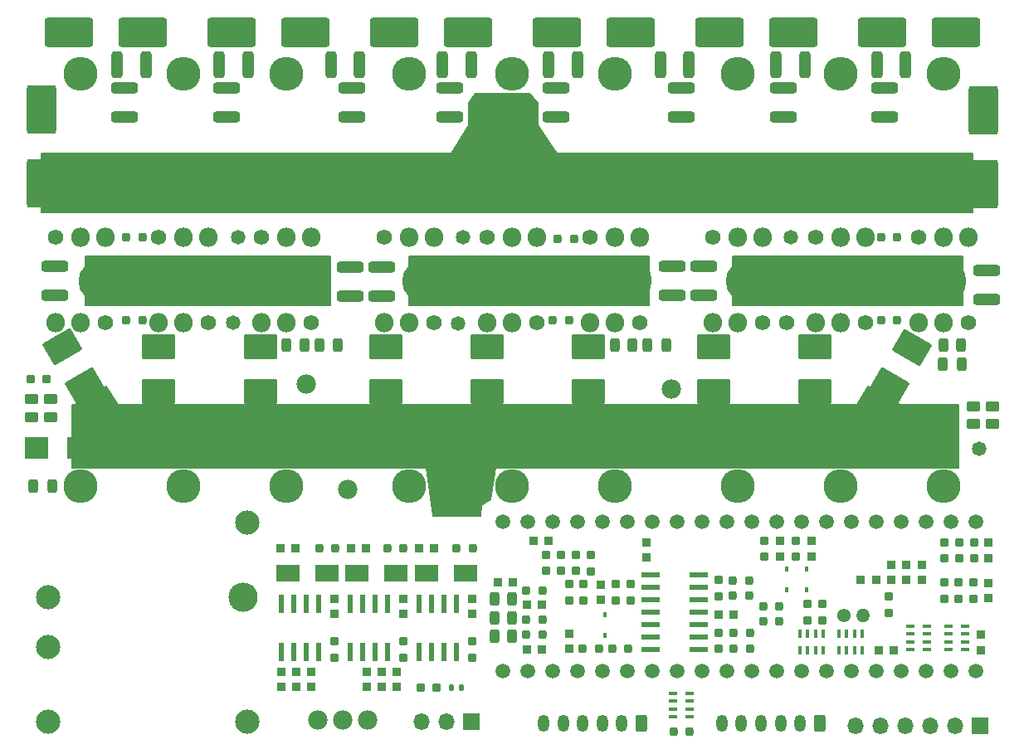
<source format=gbr>
%TF.GenerationSoftware,KiCad,Pcbnew,(6.0.7-1)-1*%
%TF.CreationDate,2023-01-28T14:38:12-05:00*%
%TF.ProjectId,CCC_ESC,4343435f-4553-4432-9e6b-696361645f70,rev?*%
%TF.SameCoordinates,Original*%
%TF.FileFunction,Soldermask,Top*%
%TF.FilePolarity,Negative*%
%FSLAX46Y46*%
G04 Gerber Fmt 4.6, Leading zero omitted, Abs format (unit mm)*
G04 Created by KiCad (PCBNEW (6.0.7-1)-1) date 2023-01-28 14:38:12*
%MOMM*%
%LPD*%
G01*
G04 APERTURE LIST*
G04 Aperture macros list*
%AMRoundRect*
0 Rectangle with rounded corners*
0 $1 Rounding radius*
0 $2 $3 $4 $5 $6 $7 $8 $9 X,Y pos of 4 corners*
0 Add a 4 corners polygon primitive as box body*
4,1,4,$2,$3,$4,$5,$6,$7,$8,$9,$2,$3,0*
0 Add four circle primitives for the rounded corners*
1,1,$1+$1,$2,$3*
1,1,$1+$1,$4,$5*
1,1,$1+$1,$6,$7*
1,1,$1+$1,$8,$9*
0 Add four rect primitives between the rounded corners*
20,1,$1+$1,$2,$3,$4,$5,0*
20,1,$1+$1,$4,$5,$6,$7,0*
20,1,$1+$1,$6,$7,$8,$9,0*
20,1,$1+$1,$8,$9,$2,$3,0*%
G04 Aperture macros list end*
%ADD10C,0.200000*%
%ADD11C,0.150000*%
%ADD12RoundRect,0.215000X0.225000X0.250000X-0.225000X0.250000X-0.225000X-0.250000X0.225000X-0.250000X0*%
%ADD13RoundRect,0.190000X0.275000X-0.200000X0.275000X0.200000X-0.275000X0.200000X-0.275000X-0.200000X0*%
%ADD14RoundRect,0.215000X-0.250000X0.225000X-0.250000X-0.225000X0.250000X-0.225000X0.250000X0.225000X0*%
%ADD15RoundRect,0.118750X1.546250X-1.158750X1.546250X1.158750X-1.546250X1.158750X-1.546250X-1.158750X0*%
%ADD16R,2.480000X1.780000*%
%ADD17RoundRect,0.240000X0.262500X0.450000X-0.262500X0.450000X-0.262500X-0.450000X0.262500X-0.450000X0*%
%ADD18RoundRect,0.290000X1.200000X-2.200000X1.200000X2.200000X-1.200000X2.200000X-1.200000X-2.200000X0*%
%ADD19RoundRect,0.240000X0.450000X-0.262500X0.450000X0.262500X-0.450000X0.262500X-0.450000X-0.262500X0*%
%ADD20R,0.430000X0.580000*%
%ADD21RoundRect,0.240000X1.100000X-0.325000X1.100000X0.325000X-1.100000X0.325000X-1.100000X-0.325000X0*%
%ADD22RoundRect,0.290000X2.200000X1.200000X-2.200000X1.200000X-2.200000X-1.200000X2.200000X-1.200000X0*%
%ADD23R,0.880000X0.380000*%
%ADD24RoundRect,0.190000X0.200000X0.275000X-0.200000X0.275000X-0.200000X-0.275000X0.200000X-0.275000X0*%
%ADD25RoundRect,0.240000X0.325000X1.100000X-0.325000X1.100000X-0.325000X-1.100000X0.325000X-1.100000X0*%
%ADD26RoundRect,0.118750X0.759717X-1.776632X1.918467X0.230382X-0.759717X1.776632X-1.918467X-0.230382X0*%
%ADD27C,1.980000*%
%ADD28RoundRect,0.190000X-0.200000X-0.275000X0.200000X-0.275000X0.200000X0.275000X-0.200000X0.275000X0*%
%ADD29C,3.980000*%
%ADD30C,2.480000*%
%ADD31RoundRect,0.240000X-1.100000X0.325000X-1.100000X-0.325000X1.100000X-0.325000X1.100000X0.325000X0*%
%ADD32C,1.480000*%
%ADD33RoundRect,0.190000X-0.275000X0.200000X-0.275000X-0.200000X0.275000X-0.200000X0.275000X0.200000X0*%
%ADD34R,1.680000X1.680000*%
%ADD35O,1.680000X1.680000*%
%ADD36RoundRect,0.240000X0.350000X0.625000X-0.350000X0.625000X-0.350000X-0.625000X0.350000X-0.625000X0*%
%ADD37O,1.180000X1.730000*%
%ADD38RoundRect,0.240000X-0.325000X-1.100000X0.325000X-1.100000X0.325000X1.100000X-0.325000X1.100000X0*%
%ADD39C,2.980000*%
%ADD40RoundRect,0.215000X-0.225000X-0.250000X0.225000X-0.250000X0.225000X0.250000X-0.225000X0.250000X0*%
%ADD41RoundRect,0.215000X0.250000X-0.225000X0.250000X0.225000X-0.250000X0.225000X-0.250000X-0.225000X0*%
%ADD42RoundRect,0.118750X1.918467X-0.230382X0.759717X1.776632X-1.918467X0.230382X-0.759717X-1.776632X0*%
%ADD43RoundRect,0.240000X-0.250000X-0.475000X0.250000X-0.475000X0.250000X0.475000X-0.250000X0.475000X0*%
%ADD44R,0.380000X0.880000*%
%ADD45C,1.580000*%
%ADD46RoundRect,0.240000X0.250000X0.475000X-0.250000X0.475000X-0.250000X-0.475000X0.250000X-0.475000X0*%
%ADD47RoundRect,0.208750X0.218750X0.256250X-0.218750X0.256250X-0.218750X-0.256250X0.218750X-0.256250X0*%
%ADD48R,2.480000X2.280000*%
%ADD49RoundRect,0.140000X0.825000X0.150000X-0.825000X0.150000X-0.825000X-0.150000X0.825000X-0.150000X0*%
%ADD50C,1.380000*%
%ADD51O,1.380000X1.380000*%
%ADD52C,1.504000*%
%ADD53RoundRect,0.140000X0.150000X-0.825000X0.150000X0.825000X-0.150000X0.825000X-0.150000X-0.825000X0*%
%ADD54RoundRect,0.125000X0.135000X0.185000X-0.135000X0.185000X-0.135000X-0.185000X0.135000X-0.185000X0*%
%ADD55O,3.480000X3.480000*%
%ADD56O,1.885000X1.980000*%
G04 APERTURE END LIST*
D10*
G36*
X102600000Y-56300000D02*
G01*
X102600000Y-58600000D01*
X104600000Y-61500000D01*
X93800000Y-61500000D01*
X95600000Y-58600000D01*
X95600000Y-56300000D01*
X96300000Y-55400000D01*
X101800000Y-55400000D01*
X102600000Y-56300000D01*
G37*
X102600000Y-56300000D02*
X102600000Y-58600000D01*
X104600000Y-61500000D01*
X93800000Y-61500000D01*
X95600000Y-58600000D01*
X95600000Y-56300000D01*
X96300000Y-55400000D01*
X101800000Y-55400000D01*
X102600000Y-56300000D01*
D11*
X122500000Y-72000000D02*
X146000000Y-72000000D01*
X146000000Y-72000000D02*
X146000000Y-77000000D01*
X146000000Y-77000000D02*
X122500000Y-77000000D01*
X122500000Y-77000000D02*
X122500000Y-72000000D01*
G36*
X122500000Y-72000000D02*
G01*
X146000000Y-72000000D01*
X146000000Y-77000000D01*
X122500000Y-77000000D01*
X122500000Y-72000000D01*
G37*
X52000000Y-61500000D02*
X147000000Y-61500000D01*
X147000000Y-61500000D02*
X147000000Y-67500000D01*
X147000000Y-67500000D02*
X52000000Y-67500000D01*
X52000000Y-67500000D02*
X52000000Y-61500000D01*
G36*
X52000000Y-61500000D02*
G01*
X147000000Y-61500000D01*
X147000000Y-67500000D01*
X52000000Y-67500000D01*
X52000000Y-61500000D01*
G37*
X55130000Y-87100000D02*
X145540000Y-87100000D01*
X145540000Y-87100000D02*
X145540000Y-93570000D01*
X145540000Y-93570000D02*
X55130000Y-93570000D01*
X55130000Y-93570000D02*
X55130000Y-87100000D01*
G36*
X55130000Y-87100000D02*
G01*
X145540000Y-87100000D01*
X145540000Y-93570000D01*
X55130000Y-93570000D01*
X55130000Y-87100000D01*
G37*
X56500000Y-72000000D02*
X81500000Y-72000000D01*
X81500000Y-72000000D02*
X81500000Y-77000000D01*
X81500000Y-77000000D02*
X56500000Y-77000000D01*
X56500000Y-77000000D02*
X56500000Y-72000000D01*
G36*
X56500000Y-72000000D02*
G01*
X81500000Y-72000000D01*
X81500000Y-77000000D01*
X56500000Y-77000000D01*
X56500000Y-72000000D01*
G37*
G36*
X59800000Y-87150000D02*
G01*
X55500000Y-87050000D01*
X58650000Y-85250000D01*
X59800000Y-87150000D01*
G37*
X59800000Y-87150000D02*
X55500000Y-87050000D01*
X58650000Y-85250000D01*
X59800000Y-87150000D01*
G36*
X139600000Y-87100000D02*
G01*
X135200000Y-87100000D01*
X136300000Y-85250000D01*
X139600000Y-87100000D01*
G37*
X139600000Y-87100000D02*
X135200000Y-87100000D01*
X136300000Y-85250000D01*
X139600000Y-87100000D01*
X89500000Y-72000000D02*
X114000000Y-72000000D01*
X114000000Y-72000000D02*
X114000000Y-77000000D01*
X114000000Y-77000000D02*
X89500000Y-77000000D01*
X89500000Y-77000000D02*
X89500000Y-72000000D01*
G36*
X89500000Y-72000000D02*
G01*
X114000000Y-72000000D01*
X114000000Y-77000000D01*
X89500000Y-77000000D01*
X89500000Y-72000000D01*
G37*
D10*
G36*
X97800000Y-96800000D02*
G01*
X96900000Y-97400000D01*
X96800000Y-98500000D01*
X92000000Y-98500000D01*
X91300000Y-93600000D01*
X98300000Y-93600000D01*
X97800000Y-96800000D01*
G37*
X97800000Y-96800000D02*
X96900000Y-97400000D01*
X96800000Y-98500000D01*
X92000000Y-98500000D01*
X91300000Y-93600000D01*
X98300000Y-93600000D01*
X97800000Y-96800000D01*
D12*
%TO.C,C7*%
X103775000Y-101028260D03*
X102225000Y-101028260D03*
%TD*%
D13*
%TO.C,R33*%
X128969000Y-102653260D03*
X128969000Y-101003260D03*
%TD*%
D14*
%TO.C,C27*%
X88925000Y-106925000D03*
X88925000Y-108475000D03*
%TD*%
D15*
%TO.C,SHA2*%
X74380000Y-85787500D03*
X74380000Y-81212500D03*
%TD*%
D16*
%TO.C,D3*%
X91250000Y-104350000D03*
X95250000Y-104350000D03*
%TD*%
D17*
%TO.C,R7*%
X100019000Y-108878260D03*
X98194000Y-108878260D03*
%TD*%
D18*
%TO.C,CX1*%
X51995000Y-64495000D03*
X51995000Y-56995000D03*
%TD*%
D19*
%TO.C,R3*%
X149000000Y-89112500D03*
X149000000Y-87287500D03*
%TD*%
D20*
%TO.C,D4*%
X109469000Y-110678260D03*
X109469000Y-108578260D03*
%TD*%
D21*
%TO.C,CX24*%
X93700000Y-57775000D03*
X93700000Y-54825000D03*
%TD*%
D22*
%TO.C,CX4*%
X95500000Y-49100000D03*
X88000000Y-49100000D03*
%TD*%
D23*
%TO.C,RN4*%
X146219000Y-112128260D03*
X146219000Y-111328260D03*
X146219000Y-110528260D03*
X146219000Y-109728260D03*
X144519000Y-109728260D03*
X144519000Y-110528260D03*
X144519000Y-111328260D03*
X144519000Y-112128260D03*
%TD*%
D24*
%TO.C,R36*%
X108894000Y-112028260D03*
X107244000Y-112028260D03*
%TD*%
D14*
%TO.C,C23*%
X127369000Y-101053260D03*
X127369000Y-102603260D03*
%TD*%
D25*
%TO.C,CX19*%
X73075000Y-52400000D03*
X70125000Y-52400000D03*
%TD*%
D26*
%TO.C,SHC1*%
X138538929Y-85221033D03*
X140826429Y-81258967D03*
%TD*%
D18*
%TO.C,CX8*%
X148095000Y-64595000D03*
X148095000Y-57095000D03*
%TD*%
D27*
%TO.C,TpGND3*%
X79000000Y-85000000D03*
%TD*%
D14*
%TO.C,C19*%
X148650000Y-101225000D03*
X148650000Y-102775000D03*
%TD*%
D28*
%TO.C,R20*%
X122644000Y-112028260D03*
X124294000Y-112028260D03*
%TD*%
%TO.C,R23*%
X122550000Y-105075000D03*
X124200000Y-105075000D03*
%TD*%
D29*
%TO.C,PH9*%
X144400000Y-74500000D03*
%TD*%
D30*
%TO.C,U6*%
X52654000Y-111813260D03*
X52654000Y-106733260D03*
X72974000Y-99113260D03*
X72974000Y-119433260D03*
%TD*%
D15*
%TO.C,SHB1*%
X107780000Y-85787500D03*
X107780000Y-81212500D03*
%TD*%
D21*
%TO.C,CX26*%
X104500000Y-57775000D03*
X104500000Y-54825000D03*
%TD*%
D24*
%TO.C,RG1*%
X82000000Y-101800000D03*
X80350000Y-101800000D03*
%TD*%
D31*
%TO.C,CX13*%
X83500000Y-73075000D03*
X83500000Y-76025000D03*
%TD*%
D29*
%TO.C,PH4*%
X90800000Y-74500000D03*
%TD*%
D15*
%TO.C,SHB2*%
X97480000Y-85787500D03*
X97480000Y-81212500D03*
%TD*%
D17*
%TO.C,RS3*%
X145842500Y-81000000D03*
X144017500Y-81000000D03*
%TD*%
D13*
%TO.C,R17*%
X105819000Y-107103260D03*
X105819000Y-105453260D03*
%TD*%
D32*
%TO.C,TpGS1*%
X72050000Y-70000000D03*
%TD*%
D33*
%TO.C,R35*%
X110570000Y-105445000D03*
X110570000Y-107095000D03*
%TD*%
D34*
%TO.C,J1*%
X95900000Y-119500000D03*
D35*
X93360000Y-119500000D03*
X90820000Y-119500000D03*
%TD*%
D12*
%TO.C,C31*%
X100081500Y-105278260D03*
X98531500Y-105278260D03*
%TD*%
D36*
%TO.C,J4*%
X113219000Y-119628260D03*
D37*
X111219000Y-119628260D03*
X109219000Y-119628260D03*
X107219000Y-119628260D03*
X105219000Y-119628260D03*
X103219000Y-119628260D03*
%TD*%
D38*
%TO.C,CX21*%
X81525000Y-52400000D03*
X84475000Y-52400000D03*
%TD*%
D13*
%TO.C,R27*%
X107319000Y-107103260D03*
X107319000Y-105453260D03*
%TD*%
%TO.C,R32*%
X112080000Y-107095000D03*
X112080000Y-105445000D03*
%TD*%
D15*
%TO.C,SHC3*%
X130930000Y-85800000D03*
X130930000Y-81225000D03*
%TD*%
D22*
%TO.C,CX5*%
X112100000Y-49100000D03*
X104600000Y-49100000D03*
%TD*%
D28*
%TO.C,R22*%
X122544000Y-106628260D03*
X124194000Y-106628260D03*
%TD*%
D22*
%TO.C,CX7*%
X145300000Y-49100000D03*
X137800000Y-49100000D03*
%TD*%
D13*
%TO.C,R40*%
X147100000Y-106925000D03*
X147100000Y-105275000D03*
%TD*%
D39*
%TO.C,TpGND4*%
X72569000Y-106778260D03*
%TD*%
D40*
%TO.C,C29*%
X101531500Y-112078260D03*
X103081500Y-112078260D03*
%TD*%
D19*
%TO.C,R14*%
X147100000Y-89112500D03*
X147100000Y-87287500D03*
%TD*%
D23*
%TO.C,RN2*%
X118169000Y-118978260D03*
X118169000Y-118178260D03*
X118169000Y-117378260D03*
X118169000Y-116578260D03*
X116469000Y-116578260D03*
X116469000Y-117378260D03*
X116469000Y-118178260D03*
X116469000Y-118978260D03*
%TD*%
D41*
%TO.C,C6*%
X147869000Y-112153260D03*
X147869000Y-110603260D03*
%TD*%
D16*
%TO.C,D2*%
X84200000Y-104350000D03*
X88200000Y-104350000D03*
%TD*%
D24*
%TO.C,R29*%
X111894000Y-112028260D03*
X110244000Y-112028260D03*
%TD*%
D13*
%TO.C,R34*%
X125769000Y-102653260D03*
X125769000Y-101003260D03*
%TD*%
%TO.C,R37*%
X144150000Y-102825000D03*
X144150000Y-101175000D03*
%TD*%
D42*
%TO.C,SHA1*%
X56426429Y-85191033D03*
X54138929Y-81228967D03*
%TD*%
D14*
%TO.C,C18*%
X113719000Y-101203260D03*
X113719000Y-102753260D03*
%TD*%
D43*
%TO.C,CS3*%
X143990000Y-82970000D03*
X145890000Y-82970000D03*
%TD*%
D24*
%TO.C,R48*%
X62325000Y-78500000D03*
X60675000Y-78500000D03*
%TD*%
D41*
%TO.C,C10*%
X85200000Y-115925000D03*
X85200000Y-114375000D03*
%TD*%
D44*
%TO.C,RN3*%
X135769000Y-110478260D03*
X134969000Y-110478260D03*
X134169000Y-110478260D03*
X133369000Y-110478260D03*
X133369000Y-112178260D03*
X134169000Y-112178260D03*
X134969000Y-112178260D03*
X135769000Y-112178260D03*
%TD*%
D24*
%TO.C,R50*%
X105825000Y-78500000D03*
X104175000Y-78500000D03*
%TD*%
D45*
%TO.C,TpGS6*%
X128000000Y-78750000D03*
%TD*%
D13*
%TO.C,R16*%
X103519000Y-104103260D03*
X103519000Y-102453260D03*
%TD*%
D29*
%TO.C,PH5*%
X112250000Y-74450000D03*
%TD*%
D13*
%TO.C,R25*%
X106519000Y-104103260D03*
X106519000Y-102453260D03*
%TD*%
D20*
%TO.C,D5*%
X128069000Y-105978260D03*
X128069000Y-103878260D03*
%TD*%
D13*
%TO.C,R24*%
X105019000Y-104103260D03*
X105019000Y-102453260D03*
%TD*%
D17*
%TO.C,R5*%
X100019000Y-110778260D03*
X98194000Y-110778260D03*
%TD*%
D21*
%TO.C,CX28*%
X117300000Y-57775000D03*
X117300000Y-54825000D03*
%TD*%
D13*
%TO.C,R28*%
X131669000Y-109115760D03*
X131669000Y-107465760D03*
%TD*%
D23*
%TO.C,RN1*%
X140669000Y-109728260D03*
X140669000Y-110528260D03*
X140669000Y-111328260D03*
X140669000Y-112128260D03*
X142369000Y-112128260D03*
X142369000Y-111328260D03*
X142369000Y-110528260D03*
X142369000Y-109728260D03*
%TD*%
D13*
%TO.C,R31*%
X121069000Y-106653260D03*
X121069000Y-105003260D03*
%TD*%
D41*
%TO.C,C15*%
X140250000Y-105025000D03*
X140250000Y-103475000D03*
%TD*%
D15*
%TO.C,SHA3*%
X63980000Y-85787500D03*
X63980000Y-81212500D03*
%TD*%
D31*
%TO.C,CX14*%
X119600000Y-73025000D03*
X119600000Y-75975000D03*
%TD*%
D46*
%TO.C,CS1*%
X82250000Y-81000000D03*
X80350000Y-81000000D03*
%TD*%
D27*
%TO.C,TpGND2*%
X83250000Y-95800000D03*
%TD*%
D28*
%TO.C,R19*%
X122644000Y-110428260D03*
X124294000Y-110428260D03*
%TD*%
D21*
%TO.C,CX30*%
X127700000Y-57775000D03*
X127700000Y-54825000D03*
%TD*%
D24*
%TO.C,R6*%
X103131500Y-110578260D03*
X101481500Y-110578260D03*
%TD*%
D41*
%TO.C,C14*%
X138700000Y-105025000D03*
X138700000Y-103475000D03*
%TD*%
D33*
%TO.C,RG6*%
X95950000Y-111300000D03*
X95950000Y-112950000D03*
%TD*%
D40*
%TO.C,C20*%
X121094000Y-108528260D03*
X122644000Y-108528260D03*
%TD*%
D29*
%TO.C,PH8*%
X123800000Y-74500000D03*
%TD*%
D24*
%TO.C,R52*%
X139325000Y-78500000D03*
X137675000Y-78500000D03*
%TD*%
D36*
%TO.C,J2*%
X131419000Y-119628260D03*
D37*
X129419000Y-119628260D03*
X127419000Y-119628260D03*
X125419000Y-119628260D03*
X123419000Y-119628260D03*
X121419000Y-119628260D03*
%TD*%
D12*
%TO.C,C17*%
X138975000Y-112200000D03*
X137425000Y-112200000D03*
%TD*%
D14*
%TO.C,C26*%
X81919000Y-106925000D03*
X81919000Y-108475000D03*
%TD*%
D40*
%TO.C,C30*%
X101531500Y-107578260D03*
X103081500Y-107578260D03*
%TD*%
D27*
%TO.C,U7*%
X80164000Y-119295000D03*
X82704000Y-119295000D03*
X85244000Y-119295000D03*
%TD*%
D41*
%TO.C,C24*%
X109070000Y-107045000D03*
X109070000Y-105495000D03*
%TD*%
D13*
%TO.C,R15*%
X145650000Y-102825000D03*
X145650000Y-101175000D03*
%TD*%
D47*
%TO.C,F1*%
X52487500Y-84500000D03*
X50912500Y-84500000D03*
%TD*%
D21*
%TO.C,CX22*%
X83700000Y-57775000D03*
X83700000Y-54825000D03*
%TD*%
D33*
%TO.C,R30*%
X121069000Y-110403260D03*
X121069000Y-112053260D03*
%TD*%
D48*
%TO.C,D7*%
X51500000Y-91500000D03*
X55800000Y-91500000D03*
%TD*%
D41*
%TO.C,C25*%
X105819000Y-112053260D03*
X105819000Y-110503260D03*
%TD*%
D29*
%TO.C,PH3*%
X68350000Y-74550000D03*
%TD*%
D33*
%TO.C,R9*%
X130169000Y-107465760D03*
X130169000Y-109115760D03*
%TD*%
D40*
%TO.C,C3*%
X90500000Y-101800000D03*
X92050000Y-101800000D03*
%TD*%
D25*
%TO.C,CX31*%
X140175000Y-52400000D03*
X137225000Y-52400000D03*
%TD*%
D13*
%TO.C,R38*%
X147150000Y-102825000D03*
X147150000Y-101175000D03*
%TD*%
D33*
%TO.C,RG4*%
X88925000Y-111275000D03*
X88925000Y-112925000D03*
%TD*%
D28*
%TO.C,R21*%
X125644000Y-107728260D03*
X127294000Y-107728260D03*
%TD*%
D22*
%TO.C,CX6*%
X128700000Y-49100000D03*
X121200000Y-49100000D03*
%TD*%
D20*
%TO.C,D6*%
X130069000Y-105978260D03*
X130069000Y-103878260D03*
%TD*%
D29*
%TO.C,PH2*%
X57800000Y-74500000D03*
%TD*%
D31*
%TO.C,CX12*%
X86750000Y-73075000D03*
X86750000Y-76025000D03*
%TD*%
D29*
%TO.C,PH1*%
X79250000Y-74500000D03*
%TD*%
D41*
%TO.C,C8*%
X86725000Y-115925000D03*
X86725000Y-114375000D03*
%TD*%
D29*
%TO.C,PH6*%
X101250000Y-74500000D03*
%TD*%
D31*
%TO.C,CX15*%
X116350000Y-73025000D03*
X116350000Y-75975000D03*
%TD*%
D24*
%TO.C,RG3*%
X88925000Y-101800000D03*
X87275000Y-101800000D03*
%TD*%
D40*
%TO.C,C1*%
X76350000Y-101800000D03*
X77900000Y-101800000D03*
%TD*%
D41*
%TO.C,C12*%
X79500000Y-115925000D03*
X79500000Y-114375000D03*
%TD*%
D32*
%TO.C,TpVS1*%
X147700000Y-91650000D03*
%TD*%
D17*
%TO.C,RS1*%
X78812500Y-81000000D03*
X76987500Y-81000000D03*
%TD*%
D28*
%TO.C,R49*%
X104675000Y-70200000D03*
X106325000Y-70200000D03*
%TD*%
D40*
%TO.C,C2*%
X83575000Y-101800000D03*
X85125000Y-101800000D03*
%TD*%
D13*
%TO.C,R26*%
X108019000Y-104115000D03*
X108019000Y-102465000D03*
%TD*%
D25*
%TO.C,CX25*%
X106675000Y-52400000D03*
X103725000Y-52400000D03*
%TD*%
D32*
%TO.C,TpGS4*%
X94500000Y-78800000D03*
%TD*%
D14*
%TO.C,C22*%
X130569000Y-101053260D03*
X130569000Y-102603260D03*
%TD*%
D43*
%TO.C,C5*%
X51200000Y-95400000D03*
X53100000Y-95400000D03*
%TD*%
D29*
%TO.C,PH7*%
X134300000Y-74500000D03*
%TD*%
D49*
%TO.C,U4*%
X119094000Y-112088260D03*
X119094000Y-110818260D03*
X119094000Y-109548260D03*
X119094000Y-108278260D03*
X119094000Y-107008260D03*
X119094000Y-105738260D03*
X119094000Y-104468260D03*
X114144000Y-104468260D03*
X114144000Y-105738260D03*
X114144000Y-107008260D03*
X114144000Y-108278260D03*
X114144000Y-109548260D03*
X114144000Y-110818260D03*
X114144000Y-112088260D03*
%TD*%
D13*
%TO.C,R39*%
X144100000Y-106925000D03*
X144100000Y-105275000D03*
%TD*%
D24*
%TO.C,R11*%
X103131500Y-106078260D03*
X101481500Y-106078260D03*
%TD*%
D25*
%TO.C,CX17*%
X62675000Y-52400000D03*
X59725000Y-52400000D03*
%TD*%
D47*
%TO.C,D9*%
X92287500Y-116000000D03*
X90712500Y-116000000D03*
%TD*%
D41*
%TO.C,C13*%
X77975000Y-115925000D03*
X77975000Y-114375000D03*
%TD*%
D25*
%TO.C,CX23*%
X95875000Y-52400000D03*
X92925000Y-52400000D03*
%TD*%
D22*
%TO.C,CX2*%
X62300000Y-49100000D03*
X54800000Y-49100000D03*
%TD*%
%TO.C,CX3*%
X78895000Y-49100000D03*
X71395000Y-49100000D03*
%TD*%
D28*
%TO.C,R18*%
X125644000Y-109228260D03*
X127294000Y-109228260D03*
%TD*%
D13*
%TO.C,R4*%
X145600000Y-106925000D03*
X145600000Y-105275000D03*
%TD*%
D24*
%TO.C,RG5*%
X96025000Y-101800000D03*
X94375000Y-101800000D03*
%TD*%
D14*
%TO.C,C28*%
X95950000Y-106925000D03*
X95950000Y-108475000D03*
%TD*%
D41*
%TO.C,C11*%
X76450000Y-115925000D03*
X76450000Y-114375000D03*
%TD*%
%TO.C,C16*%
X141800000Y-105025000D03*
X141800000Y-103475000D03*
%TD*%
D16*
%TO.C,D1*%
X77150000Y-104350000D03*
X81150000Y-104350000D03*
%TD*%
D33*
%TO.C,RG2*%
X81919000Y-111275000D03*
X81919000Y-112925000D03*
%TD*%
D31*
%TO.C,CX11*%
X53400000Y-73025000D03*
X53400000Y-75975000D03*
%TD*%
D50*
%TO.C,NTC1*%
X133914000Y-108678260D03*
D51*
X135814000Y-108678260D03*
%TD*%
D28*
%TO.C,R47*%
X60675000Y-70000000D03*
X62325000Y-70000000D03*
%TD*%
D52*
%TO.C,U5*%
X147329000Y-99028260D03*
X144789000Y-99028260D03*
X142249000Y-99028260D03*
X139709000Y-99028260D03*
X137169000Y-99028260D03*
X134629000Y-99028260D03*
X132089000Y-99028260D03*
X129549000Y-99028260D03*
X127009000Y-99028260D03*
X124469000Y-99028260D03*
X121929000Y-99028260D03*
X119389000Y-99028260D03*
X116849000Y-99028260D03*
X114309000Y-99028260D03*
X111769000Y-99028260D03*
X109229000Y-99028260D03*
X106689000Y-99028260D03*
X104149000Y-99028260D03*
X101609000Y-99028260D03*
X99069000Y-99028260D03*
X99069000Y-114268260D03*
X101609000Y-114268260D03*
X104149000Y-114268260D03*
X106689000Y-114268260D03*
X109229000Y-114268260D03*
X111769000Y-114268260D03*
X114285395Y-114278253D03*
X116849000Y-114268260D03*
X119389000Y-114268260D03*
X121929000Y-114268260D03*
X124469000Y-114268260D03*
X127009000Y-114268260D03*
X129549000Y-114268260D03*
X132089000Y-114268260D03*
X134629000Y-114268260D03*
X137169000Y-114268260D03*
X139709000Y-114268260D03*
X142249000Y-114268260D03*
X144789000Y-114268260D03*
X147329000Y-114268260D03*
%TD*%
D32*
%TO.C,TpGS5*%
X128450000Y-70000000D03*
%TD*%
D21*
%TO.C,CX20*%
X70900000Y-57775000D03*
X70900000Y-54825000D03*
%TD*%
D33*
%TO.C,R12*%
X138419000Y-106703260D03*
X138419000Y-108353260D03*
%TD*%
D53*
%TO.C,U1*%
X76514000Y-112375000D03*
X77784000Y-112375000D03*
X79054000Y-112375000D03*
X80324000Y-112375000D03*
X80324000Y-107425000D03*
X79054000Y-107425000D03*
X77784000Y-107425000D03*
X76514000Y-107425000D03*
%TD*%
D15*
%TO.C,SHC2*%
X120580000Y-85787500D03*
X120580000Y-81212500D03*
%TD*%
D14*
%TO.C,C4*%
X148600000Y-105325000D03*
X148600000Y-106875000D03*
%TD*%
D53*
%TO.C,U2*%
X83520000Y-112375000D03*
X84790000Y-112375000D03*
X86060000Y-112375000D03*
X87330000Y-112375000D03*
X87330000Y-107425000D03*
X86060000Y-107425000D03*
X84790000Y-107425000D03*
X83520000Y-107425000D03*
%TD*%
D32*
%TO.C,TpGS3*%
X95000000Y-70000000D03*
%TD*%
D25*
%TO.C,CX29*%
X129875000Y-52400000D03*
X126925000Y-52400000D03*
%TD*%
D41*
%TO.C,C9*%
X88250000Y-115925000D03*
X88250000Y-114375000D03*
%TD*%
D31*
%TO.C,CX16*%
X148400000Y-73425000D03*
X148400000Y-76375000D03*
%TD*%
D27*
%TO.C,TpGND1*%
X116250000Y-85500000D03*
%TD*%
D44*
%TO.C,RN5*%
X129369000Y-112190760D03*
X130169000Y-112190760D03*
X130969000Y-112190760D03*
X131769000Y-112190760D03*
X131769000Y-110490760D03*
X130969000Y-110490760D03*
X130169000Y-110490760D03*
X129369000Y-110490760D03*
%TD*%
D21*
%TO.C,CX32*%
X138000000Y-57775000D03*
X138000000Y-54825000D03*
%TD*%
%TO.C,CX18*%
X60500000Y-57775000D03*
X60500000Y-54825000D03*
%TD*%
D34*
%TO.C,J3*%
X147760000Y-119900000D03*
D35*
X145220000Y-119900000D03*
X142680000Y-119900000D03*
X140140000Y-119900000D03*
X137600000Y-119900000D03*
X135060000Y-119900000D03*
%TD*%
D28*
%TO.C,R51*%
X137675000Y-70000000D03*
X139325000Y-70000000D03*
%TD*%
D12*
%TO.C,C21*%
X137144000Y-105028260D03*
X135594000Y-105028260D03*
%TD*%
D46*
%TO.C,CS2*%
X115750000Y-81000000D03*
X113850000Y-81000000D03*
%TD*%
D19*
%TO.C,R1*%
X51000000Y-88362500D03*
X51000000Y-86537500D03*
%TD*%
D15*
%TO.C,SHB3*%
X87180000Y-85787500D03*
X87180000Y-81212500D03*
%TD*%
D17*
%TO.C,RS2*%
X112312500Y-81000000D03*
X110487500Y-81000000D03*
%TD*%
D54*
%TO.C,R41*%
X94810000Y-116000000D03*
X93790000Y-116000000D03*
%TD*%
D53*
%TO.C,U3*%
X90545000Y-112400000D03*
X91815000Y-112400000D03*
X93085000Y-112400000D03*
X94355000Y-112400000D03*
X94355000Y-107450000D03*
X93085000Y-107450000D03*
X91815000Y-107450000D03*
X90545000Y-107450000D03*
%TD*%
D24*
%TO.C,R13*%
X118144000Y-120478260D03*
X116494000Y-120478260D03*
%TD*%
D32*
%TO.C,TpGS2*%
X71550000Y-78750000D03*
%TD*%
D17*
%TO.C,R10*%
X100019000Y-106978260D03*
X98194000Y-106978260D03*
%TD*%
D38*
%TO.C,CX27*%
X115125000Y-52400000D03*
X118075000Y-52400000D03*
%TD*%
D30*
%TO.C,Tp12V1*%
X52700000Y-119500000D03*
%TD*%
D19*
%TO.C,R2*%
X52900000Y-88362500D03*
X52900000Y-86537500D03*
%TD*%
D24*
%TO.C,R8*%
X103131500Y-109078260D03*
X101481500Y-109078260D03*
%TD*%
D55*
%TO.C,QB4*%
X100000000Y-95410000D03*
D45*
X102540000Y-78750000D03*
D56*
X100000000Y-78750000D03*
X97460000Y-78750000D03*
%TD*%
D55*
%TO.C,QB5*%
X89500000Y-53340000D03*
D45*
X86960000Y-70000000D03*
D56*
X89500000Y-70000000D03*
X92040000Y-70000000D03*
%TD*%
D55*
%TO.C,QA3*%
X66500000Y-53340000D03*
D45*
X63960000Y-70000000D03*
D56*
X66500000Y-70000000D03*
X69040000Y-70000000D03*
%TD*%
D55*
%TO.C,QC6*%
X123000000Y-95410000D03*
D45*
X125540000Y-78750000D03*
D56*
X123000000Y-78750000D03*
X120460000Y-78750000D03*
%TD*%
D55*
%TO.C,QC5*%
X144000000Y-53340000D03*
D45*
X141460000Y-70000000D03*
D56*
X144000000Y-70000000D03*
X146540000Y-70000000D03*
%TD*%
D55*
%TO.C,QC4*%
X144000000Y-95410000D03*
D45*
X146540000Y-78750000D03*
D56*
X144000000Y-78750000D03*
X141460000Y-78750000D03*
%TD*%
D55*
%TO.C,QA6*%
X56000000Y-95410000D03*
D45*
X58540000Y-78750000D03*
D56*
X56000000Y-78750000D03*
X53460000Y-78750000D03*
%TD*%
D55*
%TO.C,QB6*%
X89500000Y-95410000D03*
D45*
X92040000Y-78750000D03*
D56*
X89500000Y-78750000D03*
X86960000Y-78750000D03*
%TD*%
D55*
%TO.C,QB2*%
X110500000Y-95410000D03*
D45*
X113040000Y-78750000D03*
D56*
X110500000Y-78750000D03*
X107960000Y-78750000D03*
%TD*%
D55*
%TO.C,QA5*%
X77000000Y-53340000D03*
D45*
X74460000Y-70000000D03*
D56*
X77000000Y-70000000D03*
X79540000Y-70000000D03*
%TD*%
D55*
%TO.C,QA1*%
X56000000Y-53340000D03*
D45*
X53460000Y-70000000D03*
D56*
X56000000Y-70000000D03*
X58540000Y-70000000D03*
%TD*%
D55*
%TO.C,QB3*%
X100000000Y-53340000D03*
D45*
X97460000Y-70000000D03*
D56*
X100000000Y-70000000D03*
X102540000Y-70000000D03*
%TD*%
D55*
%TO.C,QC3*%
X133500000Y-53340000D03*
D45*
X130960000Y-70000000D03*
D56*
X133500000Y-70000000D03*
X136040000Y-70000000D03*
%TD*%
D55*
%TO.C,QA4*%
X66500000Y-95410000D03*
D45*
X69040000Y-78750000D03*
D56*
X66500000Y-78750000D03*
X63960000Y-78750000D03*
%TD*%
D55*
%TO.C,QC2*%
X133500000Y-95410000D03*
D45*
X136040000Y-78750000D03*
D56*
X133500000Y-78750000D03*
X130960000Y-78750000D03*
%TD*%
D55*
%TO.C,QC1*%
X123000000Y-53340000D03*
D45*
X120460000Y-70000000D03*
D56*
X123000000Y-70000000D03*
X125540000Y-70000000D03*
%TD*%
D55*
%TO.C,QA2*%
X77000000Y-95410000D03*
D45*
X79540000Y-78750000D03*
D56*
X77000000Y-78750000D03*
X74460000Y-78750000D03*
%TD*%
D55*
%TO.C,QB1*%
X110500000Y-53340000D03*
D45*
X107960000Y-70000000D03*
D56*
X110500000Y-70000000D03*
X113040000Y-70000000D03*
%TD*%
M02*

</source>
